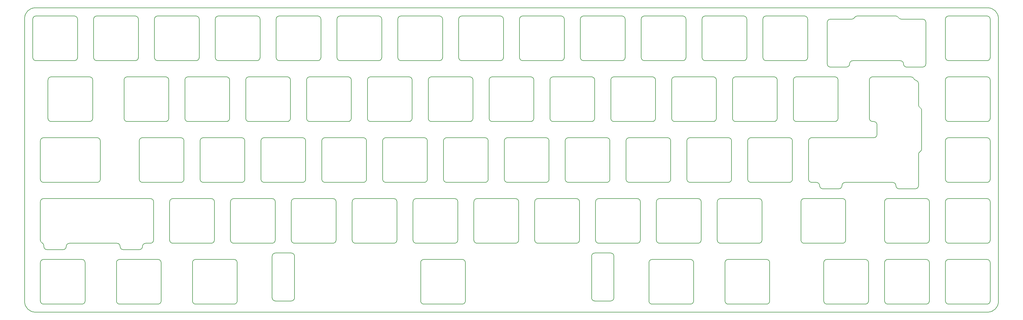
<source format=gbr>
%TF.GenerationSoftware,KiCad,Pcbnew,5.1.10-88a1d61d58~88~ubuntu21.04.1*%
%TF.CreationDate,2021-06-02T23:16:48+02:00*%
%TF.ProjectId,discipline-plate-blocker,64697363-6970-46c6-996e-652d706c6174,rev?*%
%TF.SameCoordinates,Original*%
%TF.FileFunction,Paste,Bot*%
%TF.FilePolarity,Positive*%
%FSLAX46Y46*%
G04 Gerber Fmt 4.6, Leading zero omitted, Abs format (unit mm)*
G04 Created by KiCad (PCBNEW 5.1.10-88a1d61d58~88~ubuntu21.04.1) date 2021-06-02 23:16:48*
%MOMM*%
%LPD*%
G01*
G04 APERTURE LIST*
%TA.AperFunction,Profile*%
%ADD10C,0.200000*%
%TD*%
%TA.AperFunction,Profile*%
%ADD11C,0.150000*%
%TD*%
G04 APERTURE END LIST*
D10*
X72709300Y-164998400D02*
X72709300Y-176998400D01*
X58709300Y-164998400D02*
G75*
G02*
X59709300Y-163998400I1000000J0D01*
G01*
X71709300Y-177998400D02*
X59709300Y-177998400D01*
X72709300Y-176998400D02*
G75*
G02*
X71709300Y-177998400I-1000000J0D01*
G01*
X59709300Y-177998400D02*
G75*
G02*
X58709300Y-176998400I0J1000000D01*
G01*
X59709300Y-163998400D02*
X71709300Y-163998400D01*
X71709300Y-163998400D02*
G75*
G02*
X72709300Y-164998400I0J-1000000D01*
G01*
X58709300Y-176998400D02*
X58709300Y-164998400D01*
X96519300Y-164998400D02*
X96519300Y-176998400D01*
X82519300Y-164998400D02*
G75*
G02*
X83519300Y-163998400I1000000J0D01*
G01*
X95519300Y-177998400D02*
X83519300Y-177998400D01*
X96519300Y-176998400D02*
G75*
G02*
X95519300Y-177998400I-1000000J0D01*
G01*
X83519300Y-177998400D02*
G75*
G02*
X82519300Y-176998400I0J1000000D01*
G01*
X83519300Y-163998400D02*
X95519300Y-163998400D01*
X95519300Y-163998400D02*
G75*
G02*
X96519300Y-164998400I0J-1000000D01*
G01*
X82519300Y-176998400D02*
X82519300Y-164998400D01*
X120329300Y-164998400D02*
X120329300Y-176998400D01*
X106329300Y-164998400D02*
G75*
G02*
X107329300Y-163998400I1000000J0D01*
G01*
X119329300Y-177998400D02*
X107329300Y-177998400D01*
X120329300Y-176998400D02*
G75*
G02*
X119329300Y-177998400I-1000000J0D01*
G01*
X107329300Y-177998400D02*
G75*
G02*
X106329300Y-176998400I0J1000000D01*
G01*
X107329300Y-163998400D02*
X119329300Y-163998400D01*
X119329300Y-163998400D02*
G75*
G02*
X120329300Y-164998400I0J-1000000D01*
G01*
X106329300Y-176998400D02*
X106329300Y-164998400D01*
X191769300Y-164998400D02*
X191769300Y-176998400D01*
X177769300Y-164998400D02*
G75*
G02*
X178769300Y-163998400I1000000J0D01*
G01*
X190769300Y-177998400D02*
X178769300Y-177998400D01*
X191769300Y-176998400D02*
G75*
G02*
X190769300Y-177998400I-1000000J0D01*
G01*
X178769300Y-177998400D02*
G75*
G02*
X177769300Y-176998400I0J1000000D01*
G01*
X178769300Y-163998400D02*
X190769300Y-163998400D01*
X190769300Y-163998400D02*
G75*
G02*
X191769300Y-164998400I0J-1000000D01*
G01*
X177769300Y-176998400D02*
X177769300Y-164998400D01*
X263239300Y-164998400D02*
X263239300Y-176998400D01*
X249239300Y-164998400D02*
G75*
G02*
X250239300Y-163998400I1000000J0D01*
G01*
X262239300Y-177998400D02*
X250239300Y-177998400D01*
X263239300Y-176998400D02*
G75*
G02*
X262239300Y-177998400I-1000000J0D01*
G01*
X250239300Y-177998400D02*
G75*
G02*
X249239300Y-176998400I0J1000000D01*
G01*
X250239300Y-163998400D02*
X262239300Y-163998400D01*
X262239300Y-163998400D02*
G75*
G02*
X263239300Y-164998400I0J-1000000D01*
G01*
X249239300Y-176998400D02*
X249239300Y-164998400D01*
X287049300Y-164998400D02*
X287049300Y-176998400D01*
X273049300Y-164998400D02*
G75*
G02*
X274049300Y-163998400I1000000J0D01*
G01*
X286049300Y-177998400D02*
X274049300Y-177998400D01*
X287049300Y-176998400D02*
G75*
G02*
X286049300Y-177998400I-1000000J0D01*
G01*
X274049300Y-177998400D02*
G75*
G02*
X273049300Y-176998400I0J1000000D01*
G01*
X274049300Y-163998400D02*
X286049300Y-163998400D01*
X286049300Y-163998400D02*
G75*
G02*
X287049300Y-164998400I0J-1000000D01*
G01*
X273049300Y-176998400D02*
X273049300Y-164998400D01*
X299216800Y-126898400D02*
G75*
G02*
X300216800Y-125898400I1000000J0D01*
G01*
X331266800Y-106848400D02*
X319266799Y-106848400D01*
X320648050Y-124898400D02*
X320648050Y-121848400D01*
X320648050Y-124898400D02*
G75*
G02*
X319648050Y-125898400I-1000000J0D01*
G01*
X319648050Y-120848400D02*
G75*
G02*
X320648050Y-121848400I0J-1000000D01*
G01*
X319266799Y-120848400D02*
G75*
G02*
X318266799Y-119848400I0J1000000D01*
G01*
X299216800Y-126898400D02*
X299216800Y-138898400D01*
X319266799Y-120848400D02*
X319648050Y-120848400D01*
X334648050Y-129373400D02*
X334648050Y-117373400D01*
X332167637Y-107414244D02*
G75*
G03*
X332858263Y-107957744I900838J434156D01*
G01*
X334148050Y-130239425D02*
G75*
G03*
X333648050Y-131105450I500000J-866025D01*
G01*
X300216800Y-139898400D02*
X301685050Y-139898400D01*
X300216800Y-125898400D02*
X319648050Y-125898400D01*
X333648050Y-140898400D02*
X333648050Y-131105450D01*
X327566004Y-141897090D02*
G75*
G02*
X326566003Y-140897089I0J1000001D01*
G01*
X334648050Y-129373400D02*
G75*
G02*
X334148050Y-130239425I-1000000J0D01*
G01*
X303689997Y-141898388D02*
G75*
G02*
X302685050Y-140898400I-4947J999988D01*
G01*
X333648050Y-140898400D02*
G75*
G02*
X332648050Y-141898400I-1000000J0D01*
G01*
X303689991Y-141897089D02*
X308689994Y-141897089D01*
X309689994Y-140897089D02*
G75*
G02*
X308689994Y-141897089I-1000000J0D01*
G01*
X300216800Y-139898400D02*
G75*
G02*
X299216800Y-138898400I0J1000000D01*
G01*
X332858263Y-107957744D02*
G75*
G02*
X333648050Y-108935400I-210213J-977656D01*
G01*
X318266799Y-107848400D02*
X318266799Y-119848400D01*
X326566003Y-140897089D02*
G75*
G03*
X325566003Y-139897089I-1000000J0D01*
G01*
X334148050Y-116507375D02*
G75*
G02*
X334648050Y-117373400I-500000J-866025D01*
G01*
X310689995Y-139897088D02*
G75*
G03*
X309689994Y-140897089I0J-1000001D01*
G01*
X302685050Y-140898400D02*
G75*
G03*
X301685050Y-139898400I-1000000J0D01*
G01*
X310689995Y-139897088D02*
X325566003Y-139897089D01*
X333648049Y-115641349D02*
G75*
G03*
X334148050Y-116507375I1000001J0D01*
G01*
X327566004Y-141897090D02*
X332648050Y-141898400D01*
X331266800Y-106848401D02*
G75*
G02*
X332167637Y-107414244I0J-999999D01*
G01*
X318266799Y-107848400D02*
G75*
G02*
X319266799Y-106848400I1000000J0D01*
G01*
X302685050Y-140898400D02*
X302685050Y-140898400D01*
X333648050Y-115641349D02*
X333648050Y-108935400D01*
X82673550Y-158948400D02*
G75*
G02*
X83673550Y-159948400I0J-1000000D01*
G01*
X59797549Y-159948400D02*
X59797549Y-159727846D01*
X66797550Y-159948400D02*
G75*
G02*
X67797550Y-158948400I1000000J0D01*
G01*
X59710550Y-144948400D02*
X93141800Y-144948400D01*
X84673550Y-160948400D02*
G75*
G02*
X83673550Y-159948400I0J1000000D01*
G01*
X94141800Y-157948400D02*
G75*
G02*
X93141800Y-158948400I-1000000J0D01*
G01*
X60797549Y-160948399D02*
X65797550Y-160948399D01*
X66797550Y-159948400D02*
G75*
G02*
X65797550Y-160948400I-1000000J0D01*
G01*
X58710550Y-145948399D02*
X58710550Y-157948400D01*
X83673550Y-159948400D02*
X83673550Y-159948400D01*
X59254050Y-158838123D02*
G75*
G02*
X59797550Y-159727846I-456500J-889723D01*
G01*
X94141800Y-145948399D02*
X94141800Y-157948400D01*
X66797550Y-159948400D02*
X66797550Y-159948400D01*
X58710550Y-145948399D02*
G75*
G02*
X59710550Y-144948399I1000000J0D01*
G01*
X90673550Y-159948400D02*
G75*
G02*
X89673550Y-160948400I-1000000J0D01*
G01*
X90673550Y-159948400D02*
G75*
G02*
X91673550Y-158948400I1000000J0D01*
G01*
X67797550Y-158948399D02*
X82673550Y-158948399D01*
X93141800Y-144948399D02*
G75*
G02*
X94141800Y-145948399I0J-1000000D01*
G01*
X90673550Y-159948400D02*
X90673550Y-159948400D01*
X84673550Y-160948399D02*
X89673550Y-160948399D01*
X91673550Y-158948399D02*
X93141800Y-158948399D01*
X60797549Y-160948400D02*
G75*
G02*
X59797549Y-159948400I0J1000000D01*
G01*
X59254050Y-158838123D02*
G75*
G02*
X58710550Y-157948400I456500J889723D01*
G01*
X356079300Y-119848400D02*
G75*
G02*
X355079300Y-120848400I-1000000J0D01*
G01*
X356079300Y-100798400D02*
G75*
G02*
X355079300Y-101798400I-1000000J0D01*
G01*
X160816800Y-138898400D02*
G75*
G02*
X159816800Y-139898400I-1000000J0D01*
G01*
X155054300Y-106848400D02*
G75*
G02*
X156054300Y-107848400I0J-1000000D01*
G01*
X137273050Y-161998400D02*
G75*
G02*
X138273050Y-162998400I0J-1000000D01*
G01*
X284929300Y-88798400D02*
G75*
G02*
X285929300Y-87798400I1000000J0D01*
G01*
X132273050Y-161998400D02*
X137273050Y-161998400D01*
X75379300Y-100798400D02*
X75379300Y-88798400D01*
X307454300Y-120848400D02*
X295454300Y-120848400D01*
X131273050Y-175998400D02*
X131273050Y-162998400D01*
X138273050Y-162998400D02*
X138273050Y-175998400D01*
X100191800Y-158948400D02*
G75*
G02*
X99191800Y-157948400I0J1000000D01*
G01*
X112191800Y-158948400D02*
X100191800Y-158948400D01*
X221729300Y-101798400D02*
X209729300Y-101798400D01*
X131273050Y-162998400D02*
G75*
G02*
X132273050Y-161998400I1000000J0D01*
G01*
X146529300Y-88798400D02*
X146529300Y-100798400D01*
X231254300Y-106848400D02*
G75*
G02*
X232254300Y-107848400I0J-1000000D01*
G01*
X132529300Y-88798400D02*
G75*
G02*
X133529300Y-87798400I1000000J0D01*
G01*
X89379300Y-88798400D02*
X89379300Y-100798400D01*
X128766800Y-125898400D02*
X140766800Y-125898400D01*
X143054300Y-106848400D02*
X155054300Y-106848400D01*
X62091800Y-106848400D02*
X74091800Y-106848400D01*
X140766800Y-125898400D02*
G75*
G02*
X141766800Y-126898400I0J-1000000D01*
G01*
X356079300Y-145948400D02*
X356079300Y-157948400D01*
X127766800Y-126898400D02*
G75*
G02*
X128766800Y-125898400I1000000J0D01*
G01*
X232254300Y-107848400D02*
X232254300Y-119848400D01*
X245541800Y-158948400D02*
X233541800Y-158948400D01*
X355079300Y-139898400D02*
X343079300Y-139898400D01*
X236016800Y-139898400D02*
X224016800Y-139898400D01*
X356079300Y-88798400D02*
X356079300Y-100798400D01*
X137291800Y-145948400D02*
G75*
G02*
X138291800Y-144948400I1000000J0D01*
G01*
X255066800Y-139898400D02*
X243066800Y-139898400D01*
X343079300Y-101798400D02*
G75*
G02*
X342079300Y-100798400I0J1000000D01*
G01*
X137273050Y-176998400D02*
X132273050Y-176998400D01*
X137291800Y-157948400D02*
X137291800Y-145948400D01*
X256066800Y-126898400D02*
X256066800Y-138898400D01*
X337029300Y-145948400D02*
X337029300Y-157948400D01*
X119241800Y-158948400D02*
G75*
G02*
X118241800Y-157948400I0J1000000D01*
G01*
X56329300Y-88798400D02*
G75*
G02*
X57329300Y-87798400I1000000J0D01*
G01*
X335942300Y-102798400D02*
G75*
G02*
X334942300Y-103798400I-1000000J0D01*
G01*
X342079300Y-138898400D02*
X342079300Y-126898400D01*
X231279300Y-175998400D02*
X231279300Y-162998400D01*
X150291799Y-158948400D02*
X138291800Y-158948400D01*
X197916800Y-139898400D02*
X185916800Y-139898400D01*
X203966800Y-138898400D02*
X203966800Y-126898400D01*
X138291800Y-158948400D02*
G75*
G02*
X137291800Y-157948400I0J1000000D01*
G01*
X124004300Y-120848400D02*
G75*
G02*
X123004300Y-119848400I0J1000000D01*
G01*
X76379300Y-87798400D02*
X88379300Y-87798400D01*
X104954300Y-120848400D02*
G75*
G02*
X103954300Y-119848400I0J1000000D01*
G01*
X285929300Y-101798400D02*
G75*
G02*
X284929300Y-100798400I0J1000000D01*
G01*
X243066800Y-139898400D02*
G75*
G02*
X242066800Y-138898400I0J1000000D01*
G01*
X343079300Y-158948400D02*
G75*
G02*
X342079300Y-157948400I0J1000000D01*
G01*
X309835550Y-144948400D02*
G75*
G02*
X310835550Y-145948400I0J-1000000D01*
G01*
X117954300Y-107848400D02*
X117954300Y-119848400D01*
X175391800Y-145948400D02*
G75*
G02*
X176391800Y-144948400I1000000J0D01*
G01*
X342079300Y-100798400D02*
X342079300Y-88798400D01*
X114479299Y-87798400D02*
X126479300Y-87798400D01*
X342079300Y-88798400D02*
G75*
G02*
X343079300Y-87798400I1000000J0D01*
G01*
X75379300Y-88798400D02*
G75*
G02*
X76379300Y-87798400I1000000J0D01*
G01*
X238304300Y-120848400D02*
G75*
G02*
X237304300Y-119848400I0J1000000D01*
G01*
X126479300Y-87798400D02*
G75*
G02*
X127479300Y-88798400I0J-1000000D01*
G01*
X243066800Y-125898400D02*
X255066800Y-125898400D01*
X133529300Y-87798400D02*
X145529300Y-87798400D01*
X175391800Y-157948400D02*
X175391800Y-145948400D01*
X132241800Y-145948400D02*
X132241800Y-157948400D01*
X311066300Y-103798400D02*
X306066300Y-103798400D01*
X145529300Y-87798400D02*
G75*
G02*
X146529300Y-88798400I0J-1000000D01*
G01*
X145529300Y-101798400D02*
X133529300Y-101798400D01*
X127479300Y-100798400D02*
G75*
G02*
X126479300Y-101798400I-1000000J0D01*
G01*
X326504300Y-87798400D02*
G75*
G02*
X327370325Y-88298400I0J-1000000D01*
G01*
X327942300Y-101798400D02*
G75*
G02*
X328942300Y-102798400I0J-1000000D01*
G01*
X305066300Y-89798400D02*
G75*
G02*
X306066300Y-88798400I1000000J0D01*
G01*
X355079300Y-144948400D02*
G75*
G02*
X356079300Y-145948400I0J-1000000D01*
G01*
X223016800Y-138898400D02*
X223016800Y-126898400D01*
X237279300Y-176998400D02*
X232279300Y-176998400D01*
X216966800Y-139898400D02*
X204966800Y-139898400D01*
X185916800Y-125898400D02*
X197916800Y-125898400D01*
X127479299Y-88798400D02*
X127479300Y-100798400D01*
X126479300Y-101798400D02*
X114479299Y-101798400D01*
X119241800Y-144948400D02*
X131241800Y-144948400D01*
X296835550Y-157948400D02*
X296835550Y-145948400D01*
X296835550Y-145948400D02*
G75*
G02*
X297835550Y-144948400I1000000J0D01*
G01*
X342079300Y-126898400D02*
G75*
G02*
X343079300Y-125898400I1000000J0D01*
G01*
X70329299Y-88798400D02*
X70329300Y-100798400D01*
X281166800Y-139898400D02*
G75*
G02*
X280166800Y-138898400I0J1000000D01*
G01*
X103954300Y-107848400D02*
G75*
G02*
X104954300Y-106848400I1000000J0D01*
G01*
X219254300Y-106848400D02*
X231254300Y-106848400D01*
X208441800Y-157948400D02*
G75*
G02*
X207441800Y-158948400I-1000000J0D01*
G01*
X76473050Y-139898400D02*
X59710550Y-139898400D01*
X123004300Y-107848400D02*
G75*
G02*
X124004300Y-106848400I1000000J0D01*
G01*
X147816800Y-139898400D02*
G75*
G02*
X146816800Y-138898400I0J1000000D01*
G01*
X257354300Y-120848400D02*
G75*
G02*
X256354300Y-119848400I0J1000000D01*
G01*
X122716800Y-138898400D02*
G75*
G02*
X121716800Y-139898400I-1000000J0D01*
G01*
X142054300Y-107848400D02*
G75*
G02*
X143054300Y-106848400I1000000J0D01*
G01*
X159816800Y-125898400D02*
G75*
G02*
X160816800Y-126898400I0J-1000000D01*
G01*
X251304300Y-119848400D02*
G75*
G02*
X250304300Y-120848400I-1000000J0D01*
G01*
X274116800Y-139898400D02*
X262116800Y-139898400D01*
X100191800Y-144948400D02*
X112191800Y-144948400D01*
X85904300Y-120848400D02*
G75*
G02*
X84904300Y-119848400I0J1000000D01*
G01*
X308454300Y-119848400D02*
G75*
G02*
X307454300Y-120848400I-1000000J0D01*
G01*
X214491800Y-144948400D02*
X226491800Y-144948400D01*
X262116800Y-125898400D02*
X274116800Y-125898400D01*
X75091800Y-119848400D02*
G75*
G02*
X74091800Y-120848400I-1000000J0D01*
G01*
X193154300Y-106848400D02*
G75*
G02*
X194154300Y-107848400I0J-1000000D01*
G01*
X108716800Y-138898400D02*
X108716800Y-126898400D01*
X256354300Y-119848400D02*
X256354300Y-107848400D01*
X227779300Y-88798400D02*
G75*
G02*
X228779300Y-87798400I1000000J0D01*
G01*
X250304300Y-106848400D02*
G75*
G02*
X251304300Y-107848400I0J-1000000D01*
G01*
X61091800Y-107848400D02*
G75*
G02*
X62091800Y-106848400I1000000J0D01*
G01*
X109716800Y-139898400D02*
G75*
G02*
X108716800Y-138898400I0J1000000D01*
G01*
X89379300Y-100798400D02*
G75*
G02*
X88379300Y-101798400I-1000000J0D01*
G01*
X151579300Y-100798400D02*
X151579300Y-88798400D01*
X88379300Y-101798400D02*
X76379300Y-101798400D01*
X190679300Y-101798400D02*
G75*
G02*
X189679300Y-100798400I0J1000000D01*
G01*
X281166800Y-125898400D02*
X293166800Y-125898400D01*
X323029300Y-176998400D02*
X323029300Y-164998400D01*
X260829300Y-88798400D02*
X260829300Y-100798400D01*
X208441800Y-145948400D02*
X208441800Y-157948400D01*
X121716800Y-139898400D02*
X109716800Y-139898400D01*
X209729300Y-101798400D02*
G75*
G02*
X208729300Y-100798400I0J1000000D01*
G01*
X279879300Y-88798400D02*
X279879300Y-100798400D01*
X183629299Y-87798400D02*
G75*
G02*
X184629299Y-88798400I0J-1000000D01*
G01*
X269354300Y-106848400D02*
G75*
G02*
X270354300Y-107848400I0J-1000000D01*
G01*
X316979300Y-177998400D02*
X304979300Y-177998400D01*
X237304300Y-119848400D02*
X237304300Y-107848400D01*
X95429300Y-101798400D02*
G75*
G02*
X94429300Y-100798400I0J1000000D01*
G01*
X297929300Y-87798400D02*
G75*
G02*
X298929300Y-88798400I0J-1000000D01*
G01*
X141766800Y-126898400D02*
X141766800Y-138898400D01*
X232254300Y-119848400D02*
G75*
G02*
X231254300Y-120848400I-1000000J0D01*
G01*
X227491800Y-157948400D02*
G75*
G02*
X226491800Y-158948400I-1000000J0D01*
G01*
X232541800Y-157948400D02*
X232541800Y-145948400D01*
X169341800Y-144948400D02*
G75*
G02*
X170341800Y-145948400I0J-1000000D01*
G01*
X270641800Y-145948400D02*
G75*
G02*
X271641800Y-144948400I1000000J0D01*
G01*
X76379300Y-101798400D02*
G75*
G02*
X75379300Y-100798400I0J1000000D01*
G01*
X270641800Y-157948400D02*
X270641800Y-145948400D01*
X189391800Y-157948400D02*
G75*
G02*
X188391800Y-158948400I-1000000J0D01*
G01*
X227491800Y-145948400D02*
X227491800Y-157948400D01*
X132273050Y-176998400D02*
G75*
G02*
X131273050Y-175998400I0J1000000D01*
G01*
X62091800Y-120848400D02*
G75*
G02*
X61091800Y-119848400I0J1000000D01*
G01*
X342079300Y-107848400D02*
G75*
G02*
X343079300Y-106848400I1000000J0D01*
G01*
X137004300Y-119848400D02*
G75*
G02*
X136004300Y-120848400I-1000000J0D01*
G01*
X342079300Y-164998400D02*
G75*
G02*
X343079300Y-163998400I1000000J0D01*
G01*
X336029300Y-163998400D02*
G75*
G02*
X337029300Y-164998400I0J-1000000D01*
G01*
X99191800Y-157948400D02*
X99191800Y-145948400D01*
X156341800Y-157948400D02*
X156341800Y-145948400D01*
X240779300Y-101798400D02*
X228779300Y-101798400D01*
X188391800Y-144948400D02*
G75*
G02*
X189391800Y-145948400I0J-1000000D01*
G01*
X203679300Y-100798400D02*
G75*
G02*
X202679300Y-101798400I-1000000J0D01*
G01*
X251591800Y-157948400D02*
X251591800Y-145948400D01*
X264591800Y-158948400D02*
X252591800Y-158948400D01*
X356079300Y-176998400D02*
G75*
G02*
X355079300Y-177998400I-1000000J0D01*
G01*
X275116800Y-126898400D02*
X275116800Y-138898400D01*
X232541800Y-145948400D02*
G75*
G02*
X233541800Y-144948400I1000000J0D01*
G01*
X307454300Y-106848400D02*
G75*
G02*
X308454300Y-107848400I0J-1000000D01*
G01*
X58710550Y-126898400D02*
G75*
G02*
X59710550Y-125898400I1000000J0D01*
G01*
X157341800Y-144948400D02*
X169341800Y-144948400D01*
X336029300Y-177998400D02*
X324029300Y-177998400D01*
X342079300Y-119848400D02*
X342079300Y-107848400D01*
X250304300Y-120848400D02*
X238304300Y-120848400D01*
X257354300Y-106848400D02*
X269354300Y-106848400D01*
X136004300Y-120848400D02*
X124004300Y-120848400D01*
X275116800Y-138898400D02*
G75*
G02*
X274116800Y-139898400I-1000000J0D01*
G01*
X156054300Y-107848400D02*
X156054300Y-119848400D01*
X138273050Y-175998400D02*
G75*
G02*
X137273050Y-176998400I-1000000J0D01*
G01*
X212204300Y-120848400D02*
X200204300Y-120848400D01*
X165866800Y-138898400D02*
X165866800Y-126898400D01*
X280166800Y-138898400D02*
X280166800Y-126898400D01*
X95429300Y-87798400D02*
X107429300Y-87798400D01*
X222729300Y-88798400D02*
X222729300Y-100798400D01*
X271641800Y-158948400D02*
G75*
G02*
X270641800Y-157948400I0J1000000D01*
G01*
X107429300Y-87798400D02*
G75*
G02*
X108429300Y-88798400I0J-1000000D01*
G01*
X293166800Y-125898400D02*
G75*
G02*
X294166800Y-126898400I0J-1000000D01*
G01*
X179866800Y-138898400D02*
G75*
G02*
X178866800Y-139898400I-1000000J0D01*
G01*
X246541800Y-145948400D02*
X246541800Y-157948400D01*
X303979300Y-164998400D02*
G75*
G02*
X304979300Y-163998400I1000000J0D01*
G01*
X165579300Y-88798400D02*
X165579300Y-100798400D01*
X61091800Y-119848400D02*
X61091800Y-107848400D01*
X256354300Y-107848400D02*
G75*
G02*
X257354300Y-106848400I1000000J0D01*
G01*
X213491800Y-157948400D02*
X213491800Y-145948400D01*
X194441800Y-145948400D02*
G75*
G02*
X195441800Y-144948400I1000000J0D01*
G01*
X146816800Y-126898400D02*
G75*
G02*
X147816800Y-125898400I1000000J0D01*
G01*
X233541800Y-158948400D02*
G75*
G02*
X232541800Y-157948400I0J1000000D01*
G01*
X176391800Y-144948400D02*
X188391800Y-144948400D01*
X209729300Y-87798400D02*
X221729300Y-87798400D01*
X127766800Y-138898400D02*
X127766800Y-126898400D01*
X194154300Y-119848400D02*
G75*
G02*
X193154300Y-120848400I-1000000J0D01*
G01*
X356079300Y-164998400D02*
X356079300Y-176998400D01*
X178866800Y-139898400D02*
X166866800Y-139898400D01*
X102666800Y-139898400D02*
X90666800Y-139898400D01*
X356079300Y-107848400D02*
X356079300Y-119848400D01*
X94429300Y-88798400D02*
G75*
G02*
X95429300Y-87798400I1000000J0D01*
G01*
X113191800Y-145948400D02*
X113191800Y-157948400D01*
X355079300Y-106848400D02*
G75*
G02*
X356079300Y-107848400I0J-1000000D01*
G01*
X156341800Y-145948400D02*
G75*
G02*
X157341800Y-144948400I1000000J0D01*
G01*
X98904300Y-119848400D02*
G75*
G02*
X97904300Y-120848400I-1000000J0D01*
G01*
X228779300Y-101798400D02*
G75*
G02*
X227779300Y-100798400I0J1000000D01*
G01*
X246541800Y-157948400D02*
G75*
G02*
X245541800Y-158948400I-1000000J0D01*
G01*
X170341800Y-145948400D02*
X170341800Y-157948400D01*
X259829300Y-87798400D02*
G75*
G02*
X260829300Y-88798400I0J-1000000D01*
G01*
X304979300Y-177998400D02*
G75*
G02*
X303979300Y-176998400I0J1000000D01*
G01*
X102666800Y-125898400D02*
G75*
G02*
X103666800Y-126898400I0J-1000000D01*
G01*
X103666800Y-138898400D02*
G75*
G02*
X102666800Y-139898400I-1000000J0D01*
G01*
X343079300Y-177998400D02*
G75*
G02*
X342079300Y-176998400I0J1000000D01*
G01*
X74091800Y-120848400D02*
X62091800Y-120848400D01*
X140766800Y-139898400D02*
X128766800Y-139898400D01*
X343079300Y-163998400D02*
X355079300Y-163998400D01*
X109716800Y-125898400D02*
X121716800Y-125898400D01*
X77473050Y-126898400D02*
X77473050Y-138898400D01*
X165866800Y-126898400D02*
G75*
G02*
X166866800Y-125898400I1000000J0D01*
G01*
X162104300Y-106848400D02*
X174104300Y-106848400D01*
X85904300Y-106848400D02*
X97904300Y-106848400D01*
X89666800Y-126898400D02*
G75*
G02*
X90666800Y-125898400I1000000J0D01*
G01*
X199204300Y-107848400D02*
G75*
G02*
X200204300Y-106848400I1000000J0D01*
G01*
X112191800Y-144948400D02*
G75*
G02*
X113191800Y-145948400I0J-1000000D01*
G01*
X84904300Y-107848400D02*
G75*
G02*
X85904300Y-106848400I1000000J0D01*
G01*
X285929300Y-87798400D02*
X297929300Y-87798400D01*
X226491800Y-158948400D02*
X214491800Y-158948400D01*
X174104300Y-120848400D02*
X162104300Y-120848400D01*
X113191800Y-157948400D02*
G75*
G02*
X112191800Y-158948400I-1000000J0D01*
G01*
X337029300Y-164998400D02*
X337029300Y-176998400D01*
X189679300Y-88798400D02*
G75*
G02*
X190679300Y-87798400I1000000J0D01*
G01*
X189391800Y-145948400D02*
X189391800Y-157948400D01*
X245541800Y-144948400D02*
G75*
G02*
X246541800Y-145948400I0J-1000000D01*
G01*
X59710550Y-125898400D02*
X76473050Y-125898400D01*
X298929300Y-88798400D02*
X298929300Y-100798400D01*
X293166800Y-139898400D02*
X281166800Y-139898400D01*
X157341800Y-158948400D02*
G75*
G02*
X156341800Y-157948400I0J1000000D01*
G01*
X174104300Y-106848400D02*
G75*
G02*
X175104300Y-107848400I0J-1000000D01*
G01*
X108716800Y-126898400D02*
G75*
G02*
X109716800Y-125898400I1000000J0D01*
G01*
X179866800Y-126898400D02*
X179866800Y-138898400D01*
X77473050Y-138898400D02*
G75*
G02*
X76473050Y-139898400I-1000000J0D01*
G01*
X200204300Y-120848400D02*
G75*
G02*
X199204300Y-119848400I0J1000000D01*
G01*
X213491800Y-145948400D02*
G75*
G02*
X214491800Y-144948400I1000000J0D01*
G01*
X219254300Y-120848400D02*
G75*
G02*
X218254300Y-119848400I0J1000000D01*
G01*
X278879300Y-87798400D02*
G75*
G02*
X279879300Y-88798400I0J-1000000D01*
G01*
X74091800Y-106848400D02*
G75*
G02*
X75091800Y-107848400I0J-1000000D01*
G01*
X190679300Y-87798400D02*
X202679300Y-87798400D01*
X89666800Y-138898400D02*
X89666800Y-126898400D01*
X317979300Y-164998400D02*
X317979300Y-176998400D01*
X238304300Y-106848400D02*
X250304300Y-106848400D01*
X84904300Y-119848400D02*
X84904300Y-107848400D01*
X195441800Y-158948400D02*
G75*
G02*
X194441800Y-157948400I0J1000000D01*
G01*
X262116800Y-139898400D02*
G75*
G02*
X261116800Y-138898400I0J1000000D01*
G01*
X233541800Y-144948400D02*
X245541800Y-144948400D01*
X270354300Y-119848400D02*
G75*
G02*
X269354300Y-120848400I-1000000J0D01*
G01*
X98904300Y-107848400D02*
X98904300Y-119848400D01*
X280166800Y-126898400D02*
G75*
G02*
X281166800Y-125898400I1000000J0D01*
G01*
X123004300Y-119848400D02*
X123004300Y-107848400D01*
X189679300Y-100798400D02*
X189679300Y-88798400D01*
X294454300Y-107848400D02*
G75*
G02*
X295454300Y-106848400I1000000J0D01*
G01*
X261116800Y-138898400D02*
X261116800Y-126898400D01*
X226491800Y-144948400D02*
G75*
G02*
X227491800Y-145948400I0J-1000000D01*
G01*
X241779300Y-88798400D02*
X241779300Y-100798400D01*
X317979300Y-176998400D02*
G75*
G02*
X316979300Y-177998400I-1000000J0D01*
G01*
X259829300Y-101798400D02*
X247829300Y-101798400D01*
X265591800Y-157948400D02*
G75*
G02*
X264591800Y-158948400I-1000000J0D01*
G01*
X107429300Y-101798400D02*
X95429300Y-101798400D01*
X207441800Y-144948400D02*
G75*
G02*
X208441800Y-145948400I0J-1000000D01*
G01*
X283641800Y-158948400D02*
X271641800Y-158948400D01*
X252591800Y-158948400D02*
G75*
G02*
X251591800Y-157948400I0J1000000D01*
G01*
X294166800Y-126898400D02*
X294166800Y-138898400D01*
X208729300Y-88798400D02*
G75*
G02*
X209729300Y-87798400I1000000J0D01*
G01*
X247829300Y-101798400D02*
G75*
G02*
X246829300Y-100798400I0J1000000D01*
G01*
X103666800Y-126898400D02*
X103666800Y-138898400D01*
X169341800Y-158948400D02*
X157341800Y-158948400D01*
X269354300Y-120848400D02*
X257354300Y-120848400D01*
X284641800Y-157948400D02*
G75*
G02*
X283641800Y-158948400I-1000000J0D01*
G01*
X161104300Y-107848400D02*
G75*
G02*
X162104300Y-106848400I1000000J0D01*
G01*
X108429300Y-88798400D02*
X108429300Y-100798400D01*
X136004300Y-106848400D02*
G75*
G02*
X137004300Y-107848400I0J-1000000D01*
G01*
X208729300Y-100798400D02*
X208729300Y-88798400D01*
X178866800Y-125898400D02*
G75*
G02*
X179866800Y-126898400I0J-1000000D01*
G01*
X343079300Y-106848400D02*
X355079300Y-106848400D01*
X294454300Y-119848400D02*
X294454300Y-107848400D01*
X97904300Y-106848400D02*
G75*
G02*
X98904300Y-107848400I0J-1000000D01*
G01*
X199204300Y-119848400D02*
X199204300Y-107848400D01*
X270354300Y-107848400D02*
X270354300Y-119848400D01*
X170341800Y-157948400D02*
G75*
G02*
X169341800Y-158948400I-1000000J0D01*
G01*
X75091800Y-107848400D02*
X75091800Y-119848400D01*
X246829300Y-88798400D02*
G75*
G02*
X247829300Y-87798400I1000000J0D01*
G01*
X166866800Y-125898400D02*
X178866800Y-125898400D01*
X203679300Y-88798400D02*
X203679300Y-100798400D01*
X146816800Y-138898400D02*
X146816800Y-126898400D01*
X124004300Y-106848400D02*
X136004300Y-106848400D01*
X181154300Y-120848400D02*
G75*
G02*
X180154300Y-119848400I0J1000000D01*
G01*
X227779300Y-100798400D02*
X227779300Y-88798400D01*
X76473050Y-125898400D02*
G75*
G02*
X77473050Y-126898400I0J-1000000D01*
G01*
X152579300Y-87798400D02*
X164579300Y-87798400D01*
X212204300Y-106848400D02*
G75*
G02*
X213204300Y-107848400I0J-1000000D01*
G01*
X90666800Y-125898400D02*
X102666800Y-125898400D01*
X99191800Y-145948400D02*
G75*
G02*
X100191800Y-144948400I1000000J0D01*
G01*
X161104300Y-119848400D02*
X161104300Y-107848400D01*
X121716800Y-125898400D02*
G75*
G02*
X122716800Y-126898400I0J-1000000D01*
G01*
X241779300Y-100798400D02*
G75*
G02*
X240779300Y-101798400I-1000000J0D01*
G01*
X240779300Y-87798400D02*
G75*
G02*
X241779300Y-88798400I0J-1000000D01*
G01*
X151579300Y-88798400D02*
G75*
G02*
X152579300Y-87798400I1000000J0D01*
G01*
X176391800Y-158948400D02*
G75*
G02*
X175391800Y-157948400I0J1000000D01*
G01*
X108429300Y-100798400D02*
G75*
G02*
X107429300Y-101798400I-1000000J0D01*
G01*
X213204300Y-119848400D02*
G75*
G02*
X212204300Y-120848400I-1000000J0D01*
G01*
X261116800Y-126898400D02*
G75*
G02*
X262116800Y-125898400I1000000J0D01*
G01*
X295454300Y-120848400D02*
G75*
G02*
X294454300Y-119848400I0J1000000D01*
G01*
X343079300Y-120848400D02*
G75*
G02*
X342079300Y-119848400I0J1000000D01*
G01*
X166866800Y-139898400D02*
G75*
G02*
X165866800Y-138898400I0J1000000D01*
G01*
X218254300Y-119848400D02*
X218254300Y-107848400D01*
X284641800Y-145948400D02*
X284641800Y-157948400D01*
X164579300Y-101798400D02*
X152579300Y-101798400D01*
X304979300Y-163998400D02*
X316979300Y-163998400D01*
X355079300Y-177998400D02*
X343079300Y-177998400D01*
X252591800Y-144948400D02*
X264591800Y-144948400D01*
X159816800Y-139898400D02*
X147816800Y-139898400D01*
X122716800Y-126898400D02*
X122716800Y-138898400D01*
X180154300Y-119848400D02*
X180154300Y-107848400D01*
X195441800Y-144948400D02*
X207441800Y-144948400D01*
X294166800Y-138898400D02*
G75*
G02*
X293166800Y-139898400I-1000000J0D01*
G01*
X160816800Y-126898400D02*
X160816800Y-138898400D01*
X247829300Y-87798400D02*
X259829300Y-87798400D01*
X324029300Y-163998400D02*
X336029300Y-163998400D01*
X207441800Y-158948400D02*
X195441800Y-158948400D01*
X155054300Y-120848400D02*
X143054300Y-120848400D01*
X165579300Y-100798400D02*
G75*
G02*
X164579300Y-101798400I-1000000J0D01*
G01*
X295454300Y-106848400D02*
X307454300Y-106848400D01*
X188391800Y-158948400D02*
X176391800Y-158948400D01*
X175104300Y-107848400D02*
X175104300Y-119848400D01*
X308454300Y-107848400D02*
X308454300Y-119848400D01*
X152579300Y-101798400D02*
G75*
G02*
X151579300Y-100798400I0J1000000D01*
G01*
X355079300Y-163998400D02*
G75*
G02*
X356079300Y-164998400I0J-1000000D01*
G01*
X202679300Y-87798400D02*
G75*
G02*
X203679300Y-88798400I0J-1000000D01*
G01*
X58710550Y-138898400D02*
X58710550Y-126898400D01*
X59710550Y-139898400D02*
G75*
G02*
X58710550Y-138898400I0J1000000D01*
G01*
X132529300Y-100798400D02*
X132529300Y-88798400D01*
X180154300Y-107848400D02*
G75*
G02*
X181154300Y-106848400I1000000J0D01*
G01*
X275404300Y-119848400D02*
X275404300Y-107848400D01*
X133529300Y-101798400D02*
G75*
G02*
X132529300Y-100798400I0J1000000D01*
G01*
X69329300Y-101798400D02*
X57329300Y-101798400D01*
X276404300Y-120848400D02*
G75*
G02*
X275404300Y-119848400I0J1000000D01*
G01*
X342079300Y-157948400D02*
X342079300Y-145948400D01*
X138291800Y-144948400D02*
X150291799Y-144948400D01*
X231279300Y-162998400D02*
G75*
G02*
X232279300Y-161998400I1000000J0D01*
G01*
X310835550Y-145948400D02*
X310835550Y-157948400D01*
X198916800Y-138898400D02*
G75*
G02*
X197916800Y-139898400I-1000000J0D01*
G01*
X113479299Y-88798400D02*
G75*
G02*
X114479299Y-87798400I1000000J0D01*
G01*
X237304300Y-107848400D02*
G75*
G02*
X238304300Y-106848400I1000000J0D01*
G01*
X69329300Y-87798401D02*
G75*
G02*
X70329299Y-88798400I0J-999999D01*
G01*
X312066300Y-102798400D02*
G75*
G02*
X313066300Y-101798400I1000000J0D01*
G01*
X194154300Y-107848400D02*
X194154300Y-119848400D01*
X355079300Y-125898400D02*
G75*
G02*
X356079300Y-126898400I0J-1000000D01*
G01*
X310835550Y-157948400D02*
G75*
G02*
X309835550Y-158948400I-1000000J0D01*
G01*
X306066300Y-88798400D02*
X312772249Y-88798400D01*
X305066300Y-102798400D02*
X305066300Y-89798400D01*
X313638275Y-88298400D02*
G75*
G02*
X314504300Y-87798400I866025J-500000D01*
G01*
X197916800Y-125898400D02*
G75*
G02*
X198916800Y-126898400I0J-1000000D01*
G01*
X143054300Y-120848400D02*
G75*
G02*
X142054300Y-119848400I0J1000000D01*
G01*
X323029300Y-157948400D02*
X323029300Y-145948400D01*
X336029300Y-158948400D02*
X324029300Y-158948400D01*
X150291799Y-144948400D02*
G75*
G02*
X151291799Y-145948400I0J-1000000D01*
G01*
X343079300Y-125898400D02*
X355079300Y-125898400D01*
X271641800Y-144948400D02*
X283641800Y-144948400D01*
X298929300Y-100798400D02*
G75*
G02*
X297929300Y-101798400I-1000000J0D01*
G01*
X116954300Y-106848400D02*
G75*
G02*
X117954300Y-107848400I0J-1000000D01*
G01*
X231254300Y-120848400D02*
X219254300Y-120848400D01*
X224016800Y-139898400D02*
G75*
G02*
X223016800Y-138898400I0J1000000D01*
G01*
X217966800Y-126898400D02*
X217966800Y-138898400D01*
X116954300Y-120848400D02*
X104954300Y-120848400D01*
X288404300Y-120848400D02*
X276404300Y-120848400D01*
X266879300Y-101798400D02*
G75*
G02*
X265879300Y-100798400I0J1000000D01*
G01*
X343079300Y-139898400D02*
G75*
G02*
X342079300Y-138898400I0J1000000D01*
G01*
X265879300Y-88798400D02*
G75*
G02*
X266879300Y-87798400I1000000J0D01*
G01*
X265879300Y-100798400D02*
X265879300Y-88798400D01*
X356079300Y-138898400D02*
G75*
G02*
X355079300Y-139898400I-1000000J0D01*
G01*
X237279300Y-161998400D02*
G75*
G02*
X238279300Y-162998400I0J-1000000D01*
G01*
X297929300Y-101798400D02*
X285929300Y-101798400D01*
X264591800Y-144948400D02*
G75*
G02*
X265591800Y-145948400I0J-1000000D01*
G01*
X314504300Y-87798400D02*
X326504299Y-87798400D01*
X223016800Y-126898400D02*
G75*
G02*
X224016800Y-125898400I1000000J0D01*
G01*
X328236350Y-88798400D02*
X334942300Y-88798400D01*
X324029300Y-158948400D02*
G75*
G02*
X323029300Y-157948400I0J1000000D01*
G01*
X313638274Y-88298400D02*
G75*
G02*
X312772249Y-88798400I-866025J500000D01*
G01*
X312066300Y-102798400D02*
G75*
G02*
X311066300Y-103798400I-1000000J0D01*
G01*
X184629299Y-100798400D02*
G75*
G02*
X183629299Y-101798400I-1000000J0D01*
G01*
X156054300Y-119848400D02*
G75*
G02*
X155054300Y-120848400I-1000000J0D01*
G01*
X104954300Y-106848400D02*
X116954300Y-106848400D01*
X316979300Y-163998400D02*
G75*
G02*
X317979300Y-164998400I0J-1000000D01*
G01*
X118241800Y-145948400D02*
G75*
G02*
X119241800Y-144948400I1000000J0D01*
G01*
X323029300Y-145948400D02*
G75*
G02*
X324029300Y-144948400I1000000J0D01*
G01*
X337029300Y-157948400D02*
G75*
G02*
X336029300Y-158948400I-1000000J0D01*
G01*
X329942300Y-103798400D02*
G75*
G02*
X328942300Y-102798400I0J1000000D01*
G01*
X297835550Y-158948400D02*
G75*
G02*
X296835550Y-157948400I0J1000000D01*
G01*
X260829300Y-100798400D02*
G75*
G02*
X259829300Y-101798400I-1000000J0D01*
G01*
X131241800Y-144948400D02*
G75*
G02*
X132241800Y-145948400I0J-1000000D01*
G01*
X57329300Y-101798400D02*
G75*
G02*
X56329300Y-100798400I0J1000000D01*
G01*
X181154300Y-106848400D02*
X193154300Y-106848400D01*
X274116800Y-125898400D02*
G75*
G02*
X275116800Y-126898400I0J-1000000D01*
G01*
X56329300Y-100798400D02*
X56329300Y-88798400D01*
X171629300Y-87798400D02*
X183629299Y-87798400D01*
X118241800Y-157948400D02*
X118241800Y-145948400D01*
X184629299Y-88798400D02*
X184629299Y-100798400D01*
X204966800Y-139898400D02*
G75*
G02*
X203966800Y-138898400I0J1000000D01*
G01*
X204966800Y-125898400D02*
X216966800Y-125898400D01*
X171629300Y-101798400D02*
G75*
G02*
X170629300Y-100798400I0J1000000D01*
G01*
X70329300Y-100798400D02*
G75*
G02*
X69329300Y-101798400I-1000000J0D01*
G01*
X216966800Y-125898400D02*
G75*
G02*
X217966800Y-126898400I0J-1000000D01*
G01*
X113479300Y-100798400D02*
X113479299Y-88798400D01*
X255066800Y-125898400D02*
G75*
G02*
X256066800Y-126898400I0J-1000000D01*
G01*
X284929300Y-100798400D02*
X284929300Y-88798400D01*
X324029300Y-177998400D02*
G75*
G02*
X323029300Y-176998400I0J1000000D01*
G01*
X57329300Y-87798400D02*
X69329300Y-87798401D01*
X194441800Y-157948400D02*
X194441800Y-145948400D01*
X128766800Y-139898400D02*
G75*
G02*
X127766800Y-138898400I0J1000000D01*
G01*
X97904300Y-120848400D02*
X85904300Y-120848400D01*
X137004300Y-107848400D02*
X137004300Y-119848400D01*
X218254300Y-107848400D02*
G75*
G02*
X219254300Y-106848400I1000000J0D01*
G01*
X355079300Y-120848400D02*
X343079300Y-120848400D01*
X246829300Y-100798400D02*
X246829300Y-88798400D01*
X202679300Y-101798400D02*
X190679300Y-101798400D01*
X175104300Y-119848400D02*
G75*
G02*
X174104300Y-120848400I-1000000J0D01*
G01*
X147816800Y-125898400D02*
X159816800Y-125898400D01*
X200204300Y-106848400D02*
X212204300Y-106848400D01*
X94429300Y-100798400D02*
X94429300Y-88798400D01*
X213204300Y-107848400D02*
X213204300Y-119848400D01*
X228779300Y-87798400D02*
X240779300Y-87798400D01*
X214491800Y-158948400D02*
G75*
G02*
X213491800Y-157948400I0J1000000D01*
G01*
X141766800Y-138898400D02*
G75*
G02*
X140766800Y-139898400I-1000000J0D01*
G01*
X303979300Y-176998400D02*
X303979300Y-164998400D01*
X164579300Y-87798400D02*
G75*
G02*
X165579300Y-88798400I0J-1000000D01*
G01*
X162104300Y-120848400D02*
G75*
G02*
X161104300Y-119848400I0J1000000D01*
G01*
X337029300Y-176998400D02*
G75*
G02*
X336029300Y-177998400I-1000000J0D01*
G01*
X184916800Y-138898400D02*
X184916800Y-126898400D01*
X289404300Y-119848400D02*
G75*
G02*
X288404300Y-120848400I-1000000J0D01*
G01*
X323029300Y-164998400D02*
G75*
G02*
X324029300Y-163998400I1000000J0D01*
G01*
X309835550Y-158948400D02*
X297835550Y-158948400D01*
X334942300Y-88798400D02*
G75*
G02*
X335942300Y-89798400I0J-1000000D01*
G01*
X335942300Y-89798400D02*
X335942300Y-102798400D01*
X193154300Y-120848400D02*
X181154300Y-120848400D01*
X238279300Y-175998400D02*
G75*
G02*
X237279300Y-176998400I-1000000J0D01*
G01*
X117954300Y-119848400D02*
G75*
G02*
X116954300Y-120848400I-1000000J0D01*
G01*
X278879300Y-101798400D02*
X266879300Y-101798400D01*
X183629299Y-101798400D02*
X171629300Y-101798400D01*
X217966800Y-138898400D02*
G75*
G02*
X216966800Y-139898400I-1000000J0D01*
G01*
X275404300Y-107848400D02*
G75*
G02*
X276404300Y-106848400I1000000J0D01*
G01*
X222729300Y-100798400D02*
G75*
G02*
X221729300Y-101798400I-1000000J0D01*
G01*
X88379300Y-87798400D02*
G75*
G02*
X89379300Y-88798400I0J-1000000D01*
G01*
X355079300Y-87798400D02*
G75*
G02*
X356079300Y-88798400I0J-1000000D01*
G01*
X289404300Y-107848400D02*
X289404300Y-119848400D01*
X242066800Y-126898400D02*
G75*
G02*
X243066800Y-125898400I1000000J0D01*
G01*
X297835550Y-144948400D02*
X309835550Y-144948400D01*
X232279300Y-161998400D02*
X237279300Y-161998400D01*
X103954300Y-119848400D02*
X103954300Y-107848400D01*
X203966800Y-126898400D02*
G75*
G02*
X204966800Y-125898400I1000000J0D01*
G01*
X170629300Y-100798400D02*
X170629300Y-88798400D01*
X146529300Y-100798400D02*
G75*
G02*
X145529300Y-101798400I-1000000J0D01*
G01*
X114479299Y-101798400D02*
G75*
G02*
X113479299Y-100798400I0J1000000D01*
G01*
X283641800Y-144948400D02*
G75*
G02*
X284641800Y-145948400I0J-1000000D01*
G01*
X224016800Y-125898400D02*
X236016800Y-125898400D01*
X251304300Y-107848400D02*
X251304300Y-119848400D01*
X356079300Y-157948400D02*
G75*
G02*
X355079300Y-158948400I-1000000J0D01*
G01*
X151291799Y-157948400D02*
G75*
G02*
X150291799Y-158948400I-1000000J0D01*
G01*
X265591800Y-145948400D02*
X265591800Y-157948400D01*
X328236350Y-88798400D02*
G75*
G02*
X327370325Y-88298400I0J1000000D01*
G01*
X132241800Y-157948400D02*
G75*
G02*
X131241800Y-158948400I-1000000J0D01*
G01*
X221729300Y-87798400D02*
G75*
G02*
X222729300Y-88798400I0J-1000000D01*
G01*
X90666800Y-139898400D02*
G75*
G02*
X89666800Y-138898400I0J1000000D01*
G01*
X306066300Y-103798400D02*
G75*
G02*
X305066300Y-102798400I0J1000000D01*
G01*
X232279300Y-176998400D02*
G75*
G02*
X231279300Y-175998400I0J1000000D01*
G01*
X256066800Y-138898400D02*
G75*
G02*
X255066800Y-139898400I-1000000J0D01*
G01*
X266879300Y-87798400D02*
X278879300Y-87798400D01*
X356079300Y-126898400D02*
X356079300Y-138898400D01*
X242066800Y-138898400D02*
X242066800Y-126898400D01*
X142054300Y-119848400D02*
X142054300Y-107848400D01*
X170629300Y-88798400D02*
G75*
G02*
X171629300Y-87798400I1000000J0D01*
G01*
X237016800Y-138898400D02*
G75*
G02*
X236016800Y-139898400I-1000000J0D01*
G01*
X276404300Y-106848400D02*
X288404300Y-106848400D01*
X342079300Y-176998400D02*
X342079300Y-164998400D01*
X355079300Y-158948400D02*
X343079300Y-158948400D01*
X251591800Y-145948400D02*
G75*
G02*
X252591800Y-144948400I1000000J0D01*
G01*
X238279300Y-162998400D02*
X238279300Y-175998400D01*
X343079300Y-87798400D02*
X355079300Y-87798400D01*
X355079300Y-101798400D02*
X343079300Y-101798400D01*
X327942300Y-101798400D02*
X313066300Y-101798400D01*
X185916800Y-139898400D02*
G75*
G02*
X184916800Y-138898400I0J1000000D01*
G01*
X184916800Y-126898400D02*
G75*
G02*
X185916800Y-125898400I1000000J0D01*
G01*
X324029300Y-144948400D02*
X336029300Y-144948400D01*
X334942300Y-103798400D02*
X329942300Y-103798400D01*
X151291800Y-145948400D02*
X151291799Y-157948400D01*
X131241800Y-158948400D02*
X119241800Y-158948400D01*
X342079300Y-145948400D02*
G75*
G02*
X343079300Y-144948400I1000000J0D01*
G01*
X343079300Y-144948400D02*
X355079300Y-144948400D01*
X288404300Y-106848400D02*
G75*
G02*
X289404300Y-107848400I0J-1000000D01*
G01*
X279879300Y-100798400D02*
G75*
G02*
X278879300Y-101798400I-1000000J0D01*
G01*
X198916800Y-126898400D02*
X198916800Y-138898400D01*
X237016800Y-126898400D02*
X237016800Y-138898400D01*
X336029300Y-144948400D02*
G75*
G02*
X337029300Y-145948400I0J-1000000D01*
G01*
X236016800Y-125898400D02*
G75*
G02*
X237016800Y-126898400I0J-1000000D01*
G01*
D11*
X355353250Y-180502219D02*
X57076441Y-180502219D01*
X358660309Y-88551809D02*
X358660309Y-177195160D01*
X57073441Y-85244750D02*
X355353250Y-85244750D01*
X53766382Y-177198159D02*
X53766382Y-88551809D01*
X355353250Y-85244750D02*
G75*
G02*
X358660309Y-88551809I0J-3307059D01*
G01*
X358660309Y-177195160D02*
G75*
G02*
X355353250Y-180502219I-3307059J0D01*
G01*
X57076441Y-180502218D02*
G75*
G02*
X53766382Y-177198159I-3000J3307059D01*
G01*
X53766382Y-88551809D02*
G75*
G02*
X57073441Y-85244750I3307059J0D01*
G01*
M02*

</source>
